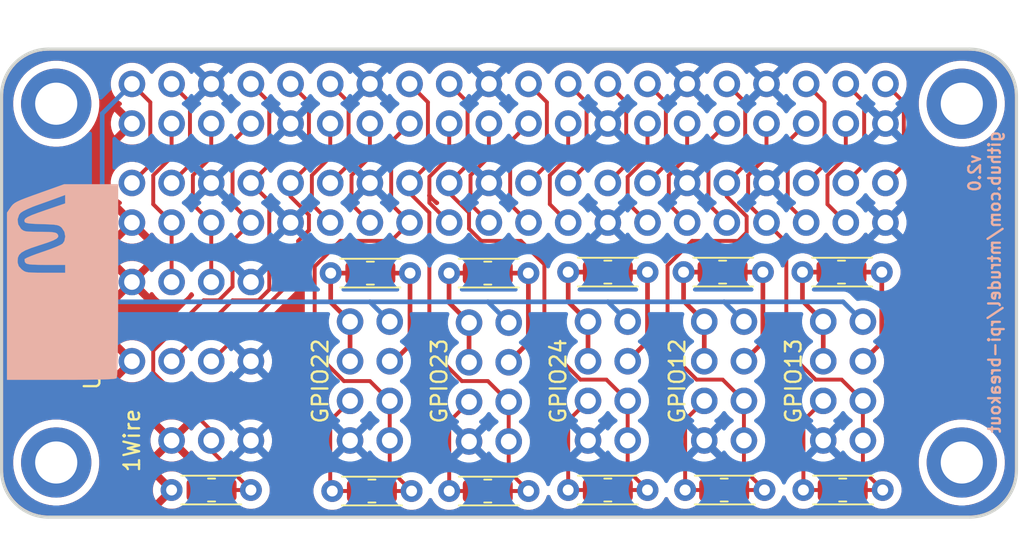
<source format=kicad_pcb>
(kicad_pcb (version 20241229) (generator "pcbnew") (generator_version "9.0")
  (layers (0 "F.Cu" signal) (2 "B.Cu" signal) (13 "F.Paste" user) (15 "B.Paste" user) (5 "F.SilkS" user "F.Silkscreen") (7 "B.SilkS" user "B.Silkscreen") (1 "F.Mask" user) (3 "B.Mask" user) (25 "Edge.Cuts" user))
  (net 0 "")
  (net 1 "GND")
  (net 2 "3.3V")
  (net 3 "5V")
  (net 4 "15")
  (net 5 "18")
  (net 6 "37")
  (net 7 "16")
  (net 8 "22")
  (net 9 "13")
  (net 10 "10")
  (net 11 "8")
  (net 12 "40")
  (net 13 "38")
  (net 14 "36")
  (net 15 "35")
  (net 16 "33")
  (net 17 "32")
  (net 18 "31")
  (net 19 "29")
  (net 20 "28")
  (net 21 "27")
  (net 22 "26")
  (net 23 "24")
  (net 24 "23")
  (net 25 "21")
  (net 26 "19")
  (net 27 "12")
  (net 28 "11")
  (net 29 "7")
  (net 30 "5")
  (net 31 "3")
  (net 32 "Net-(GPIO12-Pin_1)")
  (net 33 "Net-(GPIO12-Pin_5)")
  (net 34 "Net-(GPIO12-Pin_4)")
  (net 35 "Net-(GPIO13-Pin_4)")
  (net 36 "Net-(GPIO13-Pin_5)")
  (net 37 "Net-(GPIO13-Pin_1)")
  (net 38 "Net-(GPIO22-Pin_1)")
  (net 39 "Net-(GPIO22-Pin_5)")
  (net 40 "Net-(GPIO22-Pin_4)")
  (net 41 "Net-(GPIO23-Pin_4)")
  (net 42 "Net-(GPIO23-Pin_5)")
  (net 43 "Net-(GPIO23-Pin_1)")
  (net 44 "Net-(GPIO24-Pin_4)")
  (net 45 "Net-(GPIO24-Pin_5)")
  (net 46 "Net-(GPIO24-Pin_1)")
  (footprint "Connector_PinHeader_2.54mm:PinHeader_2x20_P2.54mm_Vertical" (layer "F.Cu") (at 101.6 110.49 90)
    (property "Reference" "J14" (hide yes))
    (property "Value" "Raspberry_Pi_2_3")
  )
  (footprint "Connector_PinHeader_2.54mm:PinHeader_2x20_P2.54mm_Vertical" (layer "F.Cu") (at 101.6 104.14 90)
    (property "Reference" "J17" (hide yes))
    (property "Value" "Raspberry_Pi_2_3")
  )
  (footprint "Connector_PinHeader_2.54mm:PinHeader_1x03_P2.54mm_Vertical" (layer "F.Cu") (at 104.14 124.46 90)
    (property "Reference" "J16" (hide yes))
    (property "Value" "1Wire")
  )
  (footprint "Connector_PinHeader_2.54mm:PinHeader_1x04_P2.54mm_Vertical" (layer "F.Cu") (at 101.6 119.38 90)
    (property "Reference" "J13" (hide yes))
    (property "Value" "UART")
  )
  (footprint "Connector_PinHeader_2.54mm:PinHeader_1x04_P2.54mm_Vertical" (layer "F.Cu") (at 101.6 114.3 90)
    (property "Reference" "J15" (hide yes))
    (property "Value" "I2C")
  )
  (footprint "Resistor_SMD:R_0805_2012Metric_Pad1.20x1.40mm_HandSolder" (layer "F.Cu") (at 106.7 127.635)
    (property "Reference" "R7" (hide yes))
    (property "Value" "R")
  )
  (footprint "Resistor_THT:R_Axial_DIN0204_L3.6mm_D1.6mm_P5.08mm_Horizontal" (layer "F.Cu") (at 119.51 127.699446 180)
    (property "Reference" "R20" (hide yes))
    (property "Value" "R")
  )
  (footprint "Resistor_THT:R_Axial_DIN0204_L3.6mm_D1.6mm_P5.08mm_Horizontal" (layer "F.Cu") (at 142.01 113.665 180)
    (property "Reference" "R21" (hide yes))
    (property "Value" "R")
  )
  (footprint "MountingHole:MountingHole_2.7mm_M2.5_ISO7380_Pad_TopBottom" (layer "F.Cu") (at 96.75 125.87)
    (property "Reference" "REF**" (hide yes))
    (property "Value" "MountingHole_2.7mm_M2.5_ISO7380_Pad_TopBottom" (hide yes))
  )
  (footprint "Resistor_THT:R_Axial_DIN0204_L3.6mm_D1.6mm_P5.08mm_Horizontal" (layer "F.Cu") (at 149.685 127.635 180)
    (property "Reference" "R12" (hide yes))
    (property "Value" "R")
  )
  (footprint "Resistor_THT:R_Axial_DIN0204_L3.6mm_D1.6mm_P5.08mm_Horizontal" (layer "F.Cu") (at 127 127.699446 180)
    (property "Reference" "R16" (hide yes))
    (property "Value" "R")
  )
  (footprint "Resistor_SMD:R_0805_2012Metric_Pad1.20x1.40mm_HandSolder" (layer "F.Cu") (at 147.123836 127.635 180)
    (property "Reference" "R9" (hide yes))
    (property "Value" "R")
  )
  (footprint "Connector_PinHeader_2.54mm:PinHeader_2x04_P2.54mm_Vertical" (layer "F.Cu") (at 123.19 116.904446)
    (property "Reference" "GPIO23")
    (property "Value" "GPIO23")
  )
  (footprint "Resistor_THT:R_Axial_DIN0204_L3.6mm_D1.6mm_P5.08mm_Horizontal" (layer "F.Cu") (at 104.14 127.635)
    (property "Reference" "R8" (hide yes))
    (property "Value" "R")
  )
  (footprint "MountingHole:MountingHole_2.7mm_M2.5_ISO7380_Pad_TopBottom" (layer "F.Cu") (at 154.75 125.87)
    (property "Reference" "REF**" (hide yes))
    (property "Value" "MountingHole_2.7mm_M2.5_ISO7380_Pad_TopBottom" (hide yes))
  )
  (footprint "MountingHole:MountingHole_2.7mm_M2.5_ISO7380_Pad_TopBottom" (layer "F.Cu") (at 154.75 102.87)
    (property "Reference" "REF**" (hide yes))
    (property "Value" "MountingHole_2.7mm_M2.5_ISO7380_Pad_TopBottom" (hide yes))
  )
  (footprint "Resistor_SMD:R_0805_2012Metric_Pad1.20x1.40mm_HandSolder" (layer "F.Cu") (at 116.97 127.699446 180)
    (property "Reference" "R19" (hide yes))
    (property "Value" "R")
  )
  (footprint "Resistor_SMD:R_0805_2012Metric_Pad1.20x1.40mm_HandSolder" (layer "F.Cu") (at 124.39 127.699446 180)
    (property "Reference" "R15" (hide yes))
    (property "Value" "R")
  )
  (footprint "Connector_PinHeader_2.54mm:PinHeader_2x04_P2.54mm_Vertical" (layer "F.Cu") (at 115.57 116.84)
    (property "Reference" "GPIO22")
    (property "Value" "GPIO22")
  )
  (footprint "Connector_PinHeader_2.54mm:PinHeader_2x04_P2.54mm_Vertical" (layer "F.Cu") (at 145.875 116.84)
    (property "Reference" "GPIO13")
    (property "Value" "GPIO13")
  )
  (footprint "Resistor_SMD:R_0805_2012Metric_Pad1.20x1.40mm_HandSolder" (layer "F.Cu") (at 116.87 113.729446 180)
    (property "Reference" "R18" (hide yes))
    (property "Value" "R")
  )
  (footprint "Resistor_SMD:R_0805_2012Metric_Pad1.20x1.40mm_HandSolder" (layer "F.Cu") (at 139.53 127.635 180)
    (property "Reference" "R23" (hide yes))
    (property "Value" "R")
  )
  (footprint "Resistor_THT:R_Axial_DIN0204_L3.6mm_D1.6mm_P5.08mm_Horizontal" (layer "F.Cu") (at 126.99 113.729446 180)
    (property "Reference" "R13" (hide yes))
    (property "Value" "R")
  )
  (footprint "Resistor_THT:R_Axial_DIN0204_L3.6mm_D1.6mm_P5.08mm_Horizontal" (layer "F.Cu") (at 119.41 113.729446 180)
    (property "Reference" "R17" (hide yes))
    (property "Value" "R")
  )
  (footprint "Resistor_THT:R_Axial_DIN0204_L3.6mm_D1.6mm_P5.08mm_Horizontal" (layer "F.Cu") (at 149.623836 113.665 180)
    (property "Reference" "R11" (hide yes))
    (property "Value" "R")
  )
  (footprint "Resistor_SMD:R_0805_2012Metric_Pad1.20x1.40mm_HandSolder" (layer "F.Cu") (at 124.39 113.729446 180)
    (property "Reference" "R14" (hide yes))
    (property "Value" "R")
  )
  (footprint "MountingHole:MountingHole_2.7mm_M2.5_ISO7380_Pad_TopBottom" (layer "F.Cu") (at 96.75 102.87)
    (property "Reference" "REF**" (hide yes))
    (property "Value" "MountingHole_2.7mm_M2.5_ISO7380_Pad_TopBottom" (hide yes))
  )
  (footprint "Resistor_SMD:R_0805_2012Metric_Pad1.20x1.40mm_HandSolder" (layer "F.Cu") (at 132.08 127.635 180)
    (property "Reference" "R27" (hide yes))
    (property "Value" "R")
  )
  (footprint "Resistor_THT:R_Axial_DIN0204_L3.6mm_D1.6mm_P5.08mm_Horizontal" (layer "F.Cu") (at 134.62 113.665 180)
    (property "Reference" "R25" (hide yes))
    (property "Value" "R")
  )
  (footprint "Resistor_THT:R_Axial_DIN0204_L3.6mm_D1.6mm_P5.08mm_Horizontal" (layer "F.Cu") (at 142.11 127.635 180)
    (property "Reference" "R24" (hide yes))
    (property "Value" "R")
  )
  (footprint "Connector_PinHeader_2.54mm:PinHeader_2x04_P2.54mm_Vertical" (layer "F.Cu") (at 138.255 116.84)
    (property "Reference" "GPIO12")
    (property "Value" "GPIO12")
  )
  (footprint "Connector_PinHeader_2.54mm:PinHeader_2x04_P2.54mm_Vertical" (layer "F.Cu") (at 130.81 116.84)
    (property "Reference" "GPIO24")
    (property "Value" "GPIO24")
  )
  (footprint "Resistor_SMD:R_0805_2012Metric_Pad1.20x1.40mm_HandSolder" (layer "F.Cu") (at 139.43 113.665 180)
    (property "Reference" "R22" (hide yes))
    (property "Value" "R")
  )
  (footprint "Resistor_THT:R_Axial_DIN0204_L3.6mm_D1.6mm_P5.08mm_Horizontal" (layer "F.Cu") (at 134.62 127.635 180)
    (property "Reference" "R28" (hide yes))
    (property "Value" "R")
  )
  (footprint "Resistor_SMD:R_0805_2012Metric_Pad1.20x1.40mm_HandSolder" (layer "F.Cu") (at 132.08 113.665 180)
    (property "Reference" "R26" (hide yes))
    (property "Value" "R")
  )
  (footprint "Resistor_SMD:R_0805_2012Metric_Pad1.20x1.40mm_HandSolder" (layer "F.Cu") (at 147.043836 113.665 180)
    (property "Reference" "R10" (hide yes))
    (property "Value" "R")
  )
  (footprint "Moshozen:Moshozen" (layer "B.Cu") (at 97.155 114.3 -90)
    (property "Reference" "G***" (hide yes))
    (property "Value" "LOGO" (hide yes))
  )
  (gr_arc (start 155.25 99.37) (mid 157.37132 100.24868) (end 158.25 102.37) (stroke (width 0.2)) (layer "Edge.Cuts"))
  (gr_arc (start 158.25 126.37) (mid 157.37132 128.49132) (end 155.25 129.37) (stroke (width 0.2)) (layer "Edge.Cuts"))
  (gr_arc (start 96.25 129.37) (mid 94.12868 128.49132) (end 93.25 126.37) (stroke (width 0.2)) (layer "Edge.Cuts"))
  (gr_arc (start 93.25 102.37) (mid 94.12868 100.24868) (end 96.25 99.37) (stroke (width 0.2)) (layer "Edge.Cuts"))
  (gr_line (start 96.25 99.37) (end 155.25 99.37) (stroke (width 0.2)) (layer "Edge.Cuts"))
  (gr_line (start 155.25 129.37) (end 96.25 129.37) (stroke (width 0.2)) (layer "Edge.Cuts"))
  (gr_line (start 93.25 126.37) (end 93.25 102.37) (stroke (width 0.2)) (layer "Edge.Cuts"))
  (gr_line (start 158.25 102.37) (end 158.25 126.37) (stroke (width 0.2)) (layer "Edge.Cuts"))
  (gr_text "v2.0" (at 155.575 107.315 90) (layer "B.SilkS") (effects (font (size 0.75 0.75) (thickness 0.15) (bold yes)) (justify mirror)))
  (gr_text "github.com/mtrudel/rpi-breakout" (at 156.845 114.3 90) (layer "B.SilkS") (effects (font (size 0.75 0.75) (thickness 0.15) (bold yes)) (justify mirror)))
  (segment (start 120.65 107.556884) (end 120.65 109.22) (width 0.25) (layer "F.Cu") (net 2))
  (segment (start 120.65 109.22) (end 121.92 110.49) (width 0.25) (layer "F.Cu") (net 2))
  (segment (start 121.92 104.14) (end 121.92 106.286884) (width 0.25) (layer "F.Cu") (net 2))
  (segment (start 121.92 106.286884) (end 120.65 107.556884) (width 0.25) (layer "F.Cu") (net 2))
  (segment (start 104.14 101.6) (end 105.316 102.776) (width 0.25) (layer "F.Cu") (net 3))
  (segment (start 105.316 106.774) (end 104.14 107.95) (width 0.25) (layer "F.Cu") (net 3))
  (segment (start 102.776 106.774) (end 101.6 107.95) (width 0.25) (layer "F.Cu") (net 3))
  (segment (start 105.316 102.776) (end 105.316 106.774) (width 0.25) (layer "F.Cu") (net 3))
  (segment (start 101.6 101.6) (end 102.776 102.776) (width 0.25) (layer "F.Cu") (net 3))
  (segment (start 102.776 102.776) (end 102.776 106.774) (width 0.25) (layer "F.Cu") (net 3))
  (segment (start 139.525 115.57) (end 147.145 115.57) (width 0.3) (layer "B.Cu") (net 3))
  (segment (start 147.145 115.57) (end 148.415 116.84) (width 0.3) (layer "B.Cu") (net 3))
  (segment (start 124.395554 115.57) (end 125.73 116.904446) (width 0.3) (layer "B.Cu") (net 3))
  (segment (start 139.525 115.57) (end 140.795 116.84) (width 0.3) (layer "B.Cu") (net 3))
  (segment (start 116.84 115.57) (end 124.395554 115.57) (width 0.3) (layer "B.Cu") (net 3))
  (segment (start 118.11 116.84) (end 116.84 115.57) (width 0.3) (layer "B.Cu") (net 3))
  (segment (start 132.08 115.57) (end 133.35 116.84) (width 0.3) (layer "B.Cu") (net 3))
  (segment (start 132.08 115.57) (end 139.525 115.57) (width 0.3) (layer "B.Cu") (net 3))
  (segment (start 116.84 115.57) (end 100.33 115.57) (width 0.3) (layer "B.Cu") (net 3))
  (segment (start 100.33 115.57) (end 99.695 114.935) (width 0.3) (layer "B.Cu") (net 3))
  (segment (start 99.695 103.505) (end 101.6 101.6) (width 0.3) (layer "B.Cu") (net 3))
  (segment (start 124.395554 115.57) (end 132.08 115.57) (width 0.3) (layer "B.Cu") (net 3))
  (segment (start 99.695 114.935) (end 99.695 103.505) (width 0.3) (layer "B.Cu") (net 3))
  (segment (start 118.11 121.92) (end 116.84 120.65) (width 0.25) (layer "F.Cu") (net 4))
  (segment (start 118.204 105.316) (end 118.204 109.314) (width 0.25) (layer "F.Cu") (net 4))
  (segment (start 119.51 127.699446) (end 118.11 126.299446) (width 0.25) (layer "F.Cu") (net 4))
  (segment (start 113.304 113.304462) (end 114.942462 111.666) (width 0.25) (layer "F.Cu") (net 4))
  (segment (start 118.11 124.46) (end 118.11 121.92) (width 0.25) (layer "F.Cu") (net 4))
  (segment (start 117.97 127.699446) (end 119.51 127.699446) (width 0.25) (layer "F.Cu") (net 4))
  (segment (start 119.38 104.14) (end 118.204 105.316) (width 0.25) (layer "F.Cu") (net 4))
  (segment (start 115.176884 120.65) (end 113.304 118.777116) (width 0.25) (layer "F.Cu") (net 4))
  (segment (start 113.304 118.777116) (end 113.304 113.304462) (width 0.25) (layer "F.Cu") (net 4))
  (segment (start 118.11 126.299446) (end 118.11 124.46) (width 0.25) (layer "F.Cu") (net 4))
  (segment (start 116.84 120.65) (end 115.176884 120.65) (width 0.25) (layer "F.Cu") (net 4))
  (segment (start 118.204 111.666) (end 119.38 110.49) (width 0.25) (layer "F.Cu") (net 4))
  (segment (start 118.204 109.314) (end 119.38 110.49) (width 0.25) (layer "F.Cu") (net 4))
  (segment (start 114.942462 111.666) (end 118.204 111.666) (width 0.25) (layer "F.Cu") (net 4))
  (segment (start 123.972884 111.666) (end 123.188595 110.881711) (width 0.25) (layer "F.Cu") (net 5))
  (segment (start 134.62 127.635) (end 133.35 126.365) (width 0.25) (layer "F.Cu") (net 5))
  (segment (start 123.188595 110.881711) (end 123.188595 109.856405) (width 0.25) (layer "F.Cu") (net 5))
  (segment (start 121.92 101.6) (end 123.096 102.776) (width 0.25) (layer "F.Cu") (net 5))
  (segment (start 121.92 108.58781) (end 121.92 107.95) (width 0.25) (layer "F.Cu") (net 5))
  (segment (start 133.08 127.635) (end 134.62 127.635) (width 0.25) (layer "F.Cu") (net 5))
  (segment (start 123.188595 109.856405) (end 121.92 108.58781) (width 0.25) (layer "F.Cu") (net 5))
  (segment (start 133.35 126.365) (end 133.35 124.46) (width 0.25) (layer "F.Cu") (net 5))
  (segment (start 128.016 118.249116) (end 128.016 113.169116) (width 0.25) (layer "F.Cu") (net 5))
  (segment (start 133.35 124.46) (end 133.35 121.92) (width 0.25) (layer "F.Cu") (net 5))
  (segment (start 131.986 120.556) (end 130.322884 120.556) (width 0.25) (layer "F.Cu") (net 5))
  (segment (start 126.512884 111.666) (end 123.972884 111.666) (width 0.25) (layer "F.Cu") (net 5))
  (segment (start 123.096 106.774) (end 121.92 107.95) (width 0.25) (layer "F.Cu") (net 5))
  (segment (start 123.096 102.776) (end 123.096 106.774) (width 0.25) (layer "F.Cu") (net 5))
  (segment (start 128.016 113.169116) (end 126.512884 111.666) (width 0.25) (layer "F.Cu") (net 5))
  (segment (start 133.35 121.92) (end 131.986 120.556) (width 0.25) (layer "F.Cu") (net 5))
  (segment (start 130.322884 120.556) (end 128.016 118.249116) (width 0.25) (layer "F.Cu") (net 5))
  (segment (start 147.32 104.14) (end 147.32 106.286884) (width 0.25) (layer "F.Cu") (net 6))
  (segment (start 146.144 107.462884) (end 146.144 109.314) (width 0.25) (layer "F.Cu") (net 6))
  (segment (start 147.32 106.286884) (end 146.144 107.462884) (width 0.25) (layer "F.Cu") (net 6))
  (segment (start 146.144 109.314) (end 147.32 110.49) (width 0.25) (layer "F.Cu") (net 6))
  (segment (start 125.73 121.984446) (end 124.395554 120.65) (width 0.25) (layer "F.Cu") (net 7))
  (segment (start 119.38 101.6) (end 120.556 102.776) (width 0.25) (layer "F.Cu") (net 7))
  (segment (start 120.648595 109.856405) (end 119.38 108.58781) (width 0.25) (layer "F.Cu") (net 7))
  (segment (start 120.556 102.776) (end 120.556 106.774) (width 0.25) (layer "F.Cu") (net 7))
  (segment (start 122.732438 120.65) (end 120.648595 118.566157) (width 0.25) (layer "F.Cu") (net 7))
  (segment (start 120.556 106.774) (end 119.38 107.95) (width 0.25) (layer "F.Cu") (net 7))
  (segment (start 124.395554 120.65) (end 122.732438 120.65) (width 0.25) (layer "F.Cu") (net 7))
  (segment (start 125.73 126.429446) (end 125.73 124.524446) (width 0.25) (layer "F.Cu") (net 7))
  (segment (start 125.73 124.524446) (end 125.73 121.984446) (width 0.25) (layer "F.Cu") (net 7))
  (segment (start 127 127.699446) (end 125.73 126.429446) (width 0.25) (layer "F.Cu") (net 7))
  (segment (start 120.648595 118.566157) (end 120.648595 109.856405) (width 0.25) (layer "F.Cu") (net 7))
  (segment (start 119.38 108.58781) (end 119.38 107.95) (width 0.25) (layer "F.Cu") (net 7))
  (segment (start 125.39 127.699446) (end 127 127.699446) (width 0.25) (layer "F.Cu") (net 7))
  (segment (start 128.176 106.774) (end 127 107.95) (width 0.25) (layer "F.Cu") (net 8))
  (segment (start 128.176 102.776) (end 128.176 106.774) (width 0.25) (layer "F.Cu") (net 8))
  (segment (start 127 101.6) (end 128.176 102.776) (width 0.25) (layer "F.Cu") (net 8))
  (segment (start 116.84 104.14) (end 116.84 106.286884) (width 0.25) (layer "F.Cu") (net 9))
  (segment (start 116.84 106.286884) (end 115.664 107.462884) (width 0.25) (layer "F.Cu") (net 9))
  (segment (start 115.664 107.462884) (end 115.664 109.314) (width 0.25) (layer "F.Cu") (net 9))
  (segment (start 115.664 109.314) (end 116.84 110.49) (width 0.25) (layer "F.Cu") (net 9))
  (segment (start 111.76 108.826884) (end 111.76 107.95) (width 0.25) (layer "F.Cu") (net 10))
  (segment (start 112.247116 113.812884) (end 112.247116 111.666) (width 0.25) (layer "F.Cu") (net 10))
  (segment (start 106.68 119.38) (end 112.247116 113.812884) (width 0.25) (layer "F.Cu") (net 10))
  (segment (start 111.76 101.6) (end 112.936 102.776) (width 0.25) (layer "F.Cu") (net 10))
  (segment (start 112.936 110.002884) (end 111.76 108.826884) (width 0.25) (layer "F.Cu") (net 10))
  (segment (start 112.936 110.977116) (end 112.936 110.002884) (width 0.25) (layer "F.Cu") (net 10))
  (segment (start 112.936 106.774) (end 111.76 107.95) (width 0.25) (layer "F.Cu") (net 10))
  (segment (start 112.936 102.776) (end 112.936 106.774) (width 0.25) (layer "F.Cu") (net 10))
  (segment (start 112.247116 111.666) (end 112.936 110.977116) (width 0.25) (layer "F.Cu") (net 10))
  (segment (start 108.044 115.476) (end 109.707116 115.476) (width 0.25) (layer "F.Cu") (net 11))
  (segment (start 109.707116 115.476) (end 110.396 114.787116) (width 0.25) (layer "F.Cu") (net 11))
  (segment (start 110.396 109.126) (end 109.22 107.95) (width 0.25) (layer "F.Cu") (net 11))
  (segment (start 110.396 102.776) (end 110.396 106.774) (width 0.25) (layer "F.Cu") (net 11))
  (segment (start 109.22 101.6) (end 110.396 102.776) (width 0.25) (layer "F.Cu") (net 11))
  (segment (start 110.396 106.774) (end 109.22 107.95) (width 0.25) (layer "F.Cu") (net 11))
  (segment (start 104.14 119.38) (end 108.044 115.476) (width 0.25) (layer "F.Cu") (net 11))
  (segment (start 110.396 114.787116) (end 110.396 109.126) (width 0.25) (layer "F.Cu") (net 11))
  (segment (start 151.036 102.776) (end 151.036 106.774) (width 0.25) (layer "F.Cu") (net 12))
  (segment (start 149.86 101.6) (end 151.036 102.776) (width 0.25) (layer "F.Cu") (net 12))
  (segment (start 151.036 106.774) (end 149.86 107.95) (width 0.25) (layer "F.Cu") (net 12))
  (segment (start 148.496 106.774) (end 147.32 107.95) (width 0.25) (layer "F.Cu") (net 13))
  (segment (start 147.32 101.6) (end 148.496 102.776) (width 0.25) (layer "F.Cu") (net 13))
  (segment (start 148.496 102.776) (end 148.496 106.774) (width 0.25) (layer "F.Cu") (net 13))
  (segment (start 145.956 106.774) (end 144.78 107.95) (width 0.25) (layer "F.Cu") (net 14))
  (segment (start 144.78 101.6) (end 145.956 102.776) (width 0.25) (layer "F.Cu") (net 14))
  (segment (start 145.956 102.776) (end 145.956 106.774) (width 0.25) (layer "F.Cu") (net 14))
  (segment (start 143.604 109.314) (end 144.78 110.49) (width 0.25) (layer "F.Cu") (net 15))
  (segment (start 144.78 104.14) (end 143.604 105.316) (width 0.25) (layer "F.Cu") (net 15))
  (segment (start 143.604 105.316) (end 143.604 109.314) (width 0.25) (layer "F.Cu") (net 15))
  (segment (start 148.415 126.365) (end 148.415 124.46) (width 0.25) (layer "F.Cu") (net 16))
  (segment (start 142.24 104.14) (end 142.24 106.286884) (width 0.25) (layer "F.Cu") (net 16))
  (segment (start 143.51 111.76) (end 142.24 110.49) (width 0.25) (layer "F.Cu") (net 16))
  (segment (start 148.155084 127.475554) (end 148.155084 127.215638) (width 0.25) (layer "F.Cu") (net 16))
  (segment (start 141.064 107.462884) (end 141.064 109.314) (width 0.25) (layer "F.Cu") (net 16))
  (segment (start 149.685 127.635) (end 148.415 126.365) (width 0.25) (layer "F.Cu") (net 16))
  (segment (start 148.155084 127.215638) (end 148.415 126.955722) (width 0.25) (layer "F.Cu") (net 16))
  (segment (start 145.387884 120.556) (end 143.51 118.678116) (width 0.25) (layer "F.Cu") (net 16))
  (segment (start 147.051 120.556) (end 145.387884 120.556) (width 0.25) (layer "F.Cu") (net 16))
  (segment (start 143.51 118.678116) (end 143.51 111.76) (width 0.25) (layer "F.Cu") (net 16))
  (segment (start 142.24 106.286884) (end 141.064 107.462884) (width 0.25) (layer "F.Cu") (net 16))
  (segment (start 148.415 124.46) (end 148.415 121.92) (width 0.25) (layer "F.Cu") (net 16))
  (segment (start 141.064 109.314) (end 142.24 110.49) (width 0.25) (layer "F.Cu") (net 16))
  (segment (start 148.415 121.92) (end 147.051 120.556) (width 0.25) (layer "F.Cu") (net 16))
  (segment (start 148.123836 127.635) (end 149.685 127.635) (width 0.25) (layer "F.Cu") (net 16))
  (segment (start 135.904 118.692116) (end 135.904 113.240016) (width 0.25) (layer "F.Cu") (net 17))
  (segment (start 139.431 120.556) (end 137.767884 120.556) (width 0.25) (layer "F.Cu") (net 17))
  (segment (start 140.795 126.32) (end 140.795 124.46) (width 0.25) (layer "F.Cu") (net 17))
  (segment (start 140.795 121.92) (end 139.431 120.556) (width 0.25) (layer "F.Cu") (net 17))
  (segment (start 140.97 110.096884) (end 139.7 108.826884) (width 0.25) (layer "F.Cu") (net 17))
  (segment (start 142.11 127.635) (end 140.53 127.635) (width 0.25) (layer "F.Cu") (net 17))
  (segment (start 137.767884 120.556) (end 135.904 118.692116) (width 0.25) (layer "F.Cu") (net 17))
  (segment (start 140.97 111.125) (end 140.97 110.096884) (width 0.25) (layer "F.Cu") (net 17))
  (segment (start 135.904 113.240016) (end 137.478016 111.666) (width 0.25) (layer "F.Cu") (net 17))
  (segment (start 142.11 127.635) (end 140.795 126.32) (width 0.25) (layer "F.Cu") (net 17))
  (segment (start 139.7 101.6) (end 140.876 102.776) (width 0.25) (layer "F.Cu") (net 17))
  (segment (start 140.429 111.666) (end 140.97 111.125) (width 0.25) (layer "F.Cu") (net 17))
  (segment (start 137.478016 111.666) (end 140.429 111.666) (width 0.25) (layer "F.Cu") (net 17))
  (segment (start 140.876 106.774) (end 139.7 107.95) (width 0.25) (layer "F.Cu") (net 17))
  (segment (start 140.795 124.46) (end 140.795 121.92) (width 0.25) (layer "F.Cu") (net 17))
  (segment (start 139.7 108.826884) (end 139.7 107.95) (width 0.25) (layer "F.Cu") (net 17))
  (segment (start 140.876 102.776) (end 140.876 106.774) (width 0.25) (layer "F.Cu") (net 17))
  (segment (start 138.524 105.316) (end 138.524 109.314) (width 0.25) (layer "F.Cu") (net 18))
  (segment (start 138.524 109.314) (end 139.7 110.49) (width 0.25) (layer "F.Cu") (net 18))
  (segment (start 139.7 104.14) (end 138.524 105.316) (width 0.25) (layer "F.Cu") (net 18))
  (segment (start 135.984 109.314) (end 137.16 110.49) (width 0.25) (layer "F.Cu") (net 19))
  (segment (start 137.16 104.14) (end 137.16 106.286884) (width 0.25) (layer "F.Cu") (net 19))
  (segment (start 135.984 107.462884) (end 135.984 109.314) (width 0.25) (layer "F.Cu") (net 19))
  (segment (start 137.16 106.286884) (end 135.984 107.462884) (width 0.25) (layer "F.Cu") (net 19))
  (segment (start 135.796 102.776) (end 135.796 106.774) (width 0.25) (layer "F.Cu") (net 20))
  (segment (start 134.62 101.6) (end 135.796 102.776) (width 0.25) (layer "F.Cu") (net 20))
  (segment (start 135.796 106.774) (end 134.62 107.95) (width 0.25) (layer "F.Cu") (net 20))
  (segment (start 134.62 106.286884) (end 133.35 107.556884) (width 0.25) (layer "F.Cu") (net 21))
  (segment (start 133.35 107.556884) (end 133.35 109.22) (width 0.25) (layer "F.Cu") (net 21))
  (segment (start 134.62 104.14) (end 134.62 106.286884) (width 0.25) (layer "F.Cu") (net 21))
  (segment (start 133.35 109.22) (end 134.62 110.49) (width 0.25) (layer "F.Cu") (net 21))
  (segment (start 133.256 106.774) (end 132.08 107.95) (width 0.25) (layer "F.Cu") (net 22))
  (segment (start 133.256 102.776) (end 133.256 106.774) (width 0.25) (layer "F.Cu") (net 22))
  (segment (start 132.08 101.6) (end 133.256 102.776) (width 0.25) (layer "F.Cu") (net 22))
  (segment (start 130.716 106.774) (end 129.54 107.95) (width 0.25) (layer "F.Cu") (net 23))
  (segment (start 130.716 102.776) (end 130.716 106.774) (width 0.25) (layer "F.Cu") (net 23))
  (segment (start 129.54 101.6) (end 130.716 102.776) (width 0.25) (layer "F.Cu") (net 23))
  (segment (start 129.54 104.14) (end 129.54 106.286884) (width 0.25) (layer "F.Cu") (net 24))
  (segment (start 128.364 107.462884) (end 128.364 109.314) (width 0.25) (layer "F.Cu") (net 24))
  (segment (start 129.54 106.286884) (end 128.364 107.462884) (width 0.25) (layer "F.Cu") (net 24))
  (segment (start 128.364 109.314) (end 129.54 110.49) (width 0.25) (layer "F.Cu") (net 24))
  (segment (start 125.824 109.314) (end 127 110.49) (width 0.25) (layer "F.Cu") (net 25))
  (segment (start 127 104.14) (end 125.824 105.316) (width 0.25) (layer "F.Cu") (net 25))
  (segment (start 125.824 105.316) (end 125.824 109.314) (width 0.25) (layer "F.Cu") (net 25))
  (segment (start 123.284 109.314) (end 124.46 110.49) (width 0.25) (layer "F.Cu") (net 26))
  (segment (start 124.46 106.286884) (end 123.284 107.462884) (width 0.25) (layer "F.Cu") (net 26))
  (segment (start 123.284 107.462884) (end 123.284 109.314) (width 0.25) (layer "F.Cu") (net 26))
  (segment (start 124.46 104.14) (end 124.46 106.286884) (width 0.25) (layer "F.Cu") (net 26))
  (segment (start 114.3 101.6) (end 115.476 102.776) (width 0.25) (layer "F.Cu") (net 27))
  (segment (start 115.476 102.776) (end 115.476 106.774) (width 0.25) (layer "F.Cu") (net 27))
  (segment (start 115.476 106.774) (end 114.3 107.95) (width 0.25) (layer "F.Cu") (net 27))
  (segment (start 113.124 109.314) (end 114.3 110.49) (width 0.25) (layer "F.Cu") (net 28))
  (segment (start 113.124 107.462884) (end 113.124 109.314) (width 0.25) (layer "F.Cu") (net 28))
  (segment (start 114.3 104.14) (end 114.3 106.286884) (width 0.25) (layer "F.Cu") (net 28))
  (segment (start 114.3 106.286884) (end 113.124 107.462884) (width 0.25) (layer "F.Cu") (net 28))
  (segment (start 106.68 124.46) (end 106.68 123.82219) (width 0.25) (layer "F.Cu") (net 29))
  (segment (start 106.68 125.095) (end 106.68 124.46) (width 0.25) (layer "F.Cu") (net 29))
  (segment (start 109.22 127.635) (end 106.68 125.095) (width 0.25) (layer "F.Cu") (net 29))
  (segment (start 108.044 109.314) (end 109.22 110.49) (width 0.25) (layer "F.Cu") (net 29))
  (segment (start 108.044 114.599116) (end 108.044 111.666) (width 0.25) (layer "F.Cu") (net 29))
  (segment (start 106.192884 115.476) (end 107.167116 115.476) (width 0.25) (layer "F.Cu") (net 29))
  (segment (start 102.964 120.10619) (end 102.964 118.704884) (width 0.25) (layer "F.Cu") (net 29))
  (segment (start 102.964 118.704884) (end 106.192884 115.476) (width 0.25) (layer "F.Cu") (net 29))
  (segment (start 107.7 127.635) (end 109.22 127.635) (width 0.25) (layer "F.Cu") (net 29))
  (segment (start 108.044 111.666) (end 109.22 110.49) (width 0.25) (layer "F.Cu") (net 29))
  (segment (start 108.044 105.316) (end 108.044 109.314) (width 0.25) (layer "F.Cu") (net 29))
  (segment (start 109.22 104.14) (end 108.044 105.316) (width 0.25) (layer "F.Cu") (net 29))
  (segment (start 107.167116 115.476) (end 108.044 114.599116) (width 0.25) (layer "F.Cu") (net 29))
  (segment (start 106.68 123.82219) (end 102.964 120.10619) (width 0.25) (layer "F.Cu") (net 29))
  (segment (start 105.504 107.462884) (end 105.504 109.314) (width 0.25) (layer "F.Cu") (net 30))
  (segment (start 106.68 114.3) (end 106.68 110.49) (width 0.25) (layer "F.Cu") (net 30))
  (segment (start 106.68 106.286884) (end 105.504 107.462884) (width 0.25) (layer "F.Cu") (net 30))
  (segment (start 106.68 104.14) (end 106.68 106.286884) (width 0.25) (layer "F.Cu") (net 30))
  (segment (start 105.504 109.314) (end 106.68 110.49) (width 0.25) (layer "F.Cu") (net 30))
  (segment (start 104.14 114.3) (end 104.14 110.49) (width 0.25) (layer "F.Cu") (net 31))
  (segment (start 102.964 107.462884) (end 102.964 109.314) (width 0.25) (layer "F.Cu") (net 31))
  (segment (start 102.964 109.314) (end 104.14 110.49) (width 0.25) (layer "F.Cu") (net 31))
  (segment (start 104.14 106.286884) (end 102.964 107.462884) (width 0.25) (layer "F.Cu") (net 31))
  (segment (start 104.14 104.14) (end 104.14 106.286884) (width 0.25) (layer "F.Cu") (net 31))
  (segment (start 136.93 113.665) (end 138.43 113.665) (width 0.3) (layer "F.Cu") (net 32))
  (segment (start 136.93 115.515) (end 136.93 113.665) (width 0.3) (layer "F.Cu") (net 32))
  (segment (start 138.255 116.84) (end 136.93 115.515) (width 0.3) (layer "F.Cu") (net 32))
  (segment (start 138.255 119.38) (end 138.255 116.84) (width 0.3) (layer "F.Cu") (net 32))
  (segment (start 138.255 121.92) (end 137.03 123.145) (width 0.25) (layer "F.Cu") (net 33))
  (segment (start 137.03 127.635) (end 138.53 127.635) (width 0.25) (layer "F.Cu") (net 33))
  (segment (start 137.03 123.145) (end 137.03 127.635) (width 0.25) (layer "F.Cu") (net 33))
  (segment (start 142.01 118.165) (end 142.01 113.665) (width 0.3) (layer "F.Cu") (net 34))
  (segment (start 140.43 113.665) (end 142.01 113.665) (width 0.3) (layer "F.Cu") (net 34))
  (segment (start 140.795 119.38) (end 142.01 118.165) (width 0.3) (layer "F.Cu") (net 34))
  (segment (start 148.415 119.38) (end 149.623836 118.171164) (width 0.3) (layer "F.Cu") (net 35))
  (segment (start 149.623836 118.171164) (end 149.623836 113.665) (width 0.3) (layer "F.Cu") (net 35))
  (segment (start 148.043836 113.665) (end 149.623836 113.665) (width 0.3) (layer "F.Cu") (net 35))
  (segment (start 144.605 127.635) (end 146.123836 127.635) (width 0.25) (layer "F.Cu") (net 36))
  (segment (start 144.605 123.19) (end 145.875 121.92) (width 0.25) (layer "F.Cu") (net 36))
  (segment (start 144.605 127.635) (end 144.605 123.19) (width 0.25) (layer "F.Cu") (net 36))
  (segment (start 145.875 116.84) (end 145.875 119.38) (width 0.3) (layer "F.Cu") (net 37))
  (segment (start 144.543836 113.665) (end 144.543836 115.508836) (width 0.3) (layer "F.Cu") (net 37))
  (segment (start 144.543836 113.665) (end 146.043836 113.665) (width 0.3) (layer "F.Cu") (net 37))
  (segment (start 144.543836 115.508836) (end 145.875 116.84) (width 0.3) (layer "F.Cu") (net 37))
  (segment (start 114.33 113.729446) (end 115.87 113.729446) (width 0.3) (layer "F.Cu") (net 38))
  (segment (start 115.57 116.84) (end 114.33 115.6) (width 0.3) (layer "F.Cu") (net 38))
  (segment (start 115.57 119.38) (end 115.57 116.84) (width 0.3) (layer "F.Cu") (net 38))
  (segment (start 114.33 113.729446) (end 114.33 115.6) (width 0.3) (layer "F.Cu") (net 38))
  (segment (start 115.97 127.699446) (end 114.43 127.699446) (width 0.25) (layer "F.Cu") (net 39))
  (segment (start 114.3 127.569446) (end 114.43 127.699446) (width 0.25) (layer "F.Cu") (net 39))
  (segment (start 114.3 123.19) (end 114.3 127.569446) (width 0.25) (layer "F.Cu") (net 39))
  (segment (start 114.3 123.19) (end 115.57 121.92) (width 0.25) (layer "F.Cu") (net 39))
  (segment (start 118.11 119.38) (end 118.364 119.38) (width 0.3) (layer "F.Cu") (net 40))
  (segment (start 117.87 113.729446) (end 119.41 113.729446) (width 0.3) (layer "F.Cu") (net 40))
  (segment (start 119.41 118.334) (end 119.41 113.729446) (width 0.3) (layer "F.Cu") (net 40))
  (segment (start 118.364 119.38) (end 119.41 118.334) (width 0.3) (layer "F.Cu") (net 40))
  (segment (start 126.99 118.184446) (end 126.99 113.729446) (width 0.3) (layer "F.Cu") (net 41))
  (segment (start 125.39 113.729446) (end 126.99 113.729446) (width 0.3) (layer "F.Cu") (net 41))
  (segment (start 125.73 119.444446) (end 126.99 118.184446) (width 0.3) (layer "F.Cu") (net 41))
  (segment (start 123.39 127.699446) (end 121.92 127.699446) (width 0.25) (layer "F.Cu") (net 42))
  (segment (start 121.92 123.254446) (end 123.19 121.984446) (width 0.25) (layer "F.Cu") (net 42))
  (segment (start 121.92 127.699446) (end 121.92 123.254446) (width 0.25) (layer "F.Cu") (net 42))
  (segment (start 123.19 116.904446) (end 123.19 119.444446) (width 0.3) (layer "F.Cu") (net 43))
  (segment (start 123.39 113.729446) (end 121.91 113.729446) (width 0.3) (layer "F.Cu") (net 43))
  (segment (start 121.91 115.624446) (end 123.19 116.904446) (width 0.3) (layer "F.Cu") (net 43))
  (segment (start 121.91 113.729446) (end 121.91 115.624446) (width 0.3) (layer "F.Cu") (net 43))
  (segment (start 133.35 119.38) (end 134.62 118.11) (width 0.3) (layer "F.Cu") (net 44))
  (segment (start 134.62 118.11) (end 134.62 113.665) (width 0.3) (layer "F.Cu") (net 44))
  (segment (start 133.08 113.665) (end 134.62 113.665) (width 0.3) (layer "F.Cu") (net 44))
  (segment (start 131.08 127.635) (end 129.54 127.635) (width 0.25) (layer "F.Cu") (net 45))
  (segment (start 129.54 127.635) (end 129.54 123.19) (width 0.25) (layer "F.Cu") (net 45))
  (segment (start 129.54 123.19) (end 130.81 121.92) (width 0.25) (layer "F.Cu") (net 45))
  (segment (start 129.54 115.57) (end 130.81 116.84) (width 0.3) (layer "F.Cu") (net 46))
  (segment (start 130.81 116.84) (end 130.81 119.38) (width 0.3) (layer "F.Cu") (net 46))
  (segment (start 129.54 113.665) (end 129.54 115.57) (width 0.3) (layer "F.Cu") (net 46))
  (segment (start 131.08 113.665) (end 129.54 113.665) (width 0.3) (layer "F.Cu") (net 46))
  (zone (net 2) (net_name "3.3V") (layer "F.Cu") (priority 1) (connect_pads (clearance 0.508)) (min_thickness 0.25) (fill yes (thermal_gap 0.5) (thermal_bridge_width 0.5))
    (polygon (pts (xy 93.218 99.06) (xy 158.496 99.06) (xy 158.75 99.314) (xy 158.75 129.794) (xy 93.218 129.794)))
  )
  (zone (net 1) (net_name "GND") (layer "B.Cu") (connect_pads (clearance 0.508)) (min_thickness 0.25) (fill yes (thermal_gap 0.5) (thermal_bridge_width 0.5))
    (polygon (pts (xy 93.345 99.06) (xy 158.75 99.06) (xy 158.75 129.54) (xy 93.345 129.54)))
  )
)
</source>
